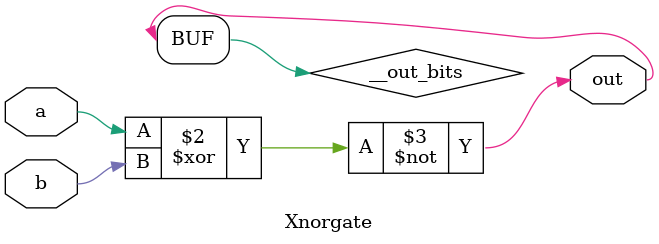
<source format=sv>
module Xnorgate(
  input  wire a,
              b,
  output wire out
);

  // Variables for output ports
  logic __out_bits;

  // @comb update():
  always_comb
    __out_bits = ~(a ^ b);

  assign out = __out_bits;
endmodule

</source>
